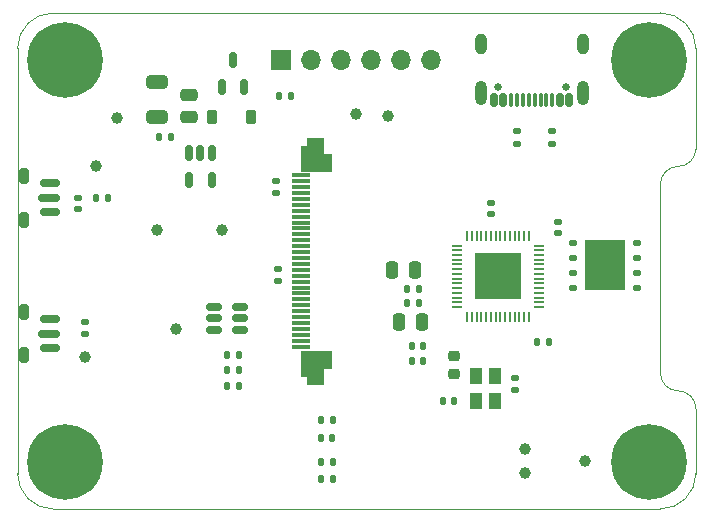
<source format=gbr>
%TF.GenerationSoftware,KiCad,Pcbnew,8.0.1-rc1*%
%TF.CreationDate,2024-04-16T22:30:49-06:00*%
%TF.ProjectId,bitaxe-ESP-OLED,62697461-7865-42d4-9553-502d4f4c4544,rev?*%
%TF.SameCoordinates,Original*%
%TF.FileFunction,Soldermask,Bot*%
%TF.FilePolarity,Negative*%
%FSLAX46Y46*%
G04 Gerber Fmt 4.6, Leading zero omitted, Abs format (unit mm)*
G04 Created by KiCad (PCBNEW 8.0.1-rc1) date 2024-04-16 22:30:49*
%MOMM*%
%LPD*%
G01*
G04 APERTURE LIST*
G04 Aperture macros list*
%AMRoundRect*
0 Rectangle with rounded corners*
0 $1 Rounding radius*
0 $2 $3 $4 $5 $6 $7 $8 $9 X,Y pos of 4 corners*
0 Add a 4 corners polygon primitive as box body*
4,1,4,$2,$3,$4,$5,$6,$7,$8,$9,$2,$3,0*
0 Add four circle primitives for the rounded corners*
1,1,$1+$1,$2,$3*
1,1,$1+$1,$4,$5*
1,1,$1+$1,$6,$7*
1,1,$1+$1,$8,$9*
0 Add four rect primitives between the rounded corners*
20,1,$1+$1,$2,$3,$4,$5,0*
20,1,$1+$1,$4,$5,$6,$7,0*
20,1,$1+$1,$6,$7,$8,$9,0*
20,1,$1+$1,$8,$9,$2,$3,0*%
G04 Aperture macros list end*
%ADD10C,0.010000*%
%ADD11C,1.000000*%
%ADD12C,0.990600*%
%ADD13C,0.800000*%
%ADD14C,6.400000*%
%ADD15RoundRect,0.250000X0.475000X-0.250000X0.475000X0.250000X-0.475000X0.250000X-0.475000X-0.250000X0*%
%ADD16RoundRect,0.050000X-0.700000X0.150000X-0.700000X-0.150000X0.700000X-0.150000X0.700000X0.150000X0*%
%ADD17RoundRect,0.135000X-0.185000X0.135000X-0.185000X-0.135000X0.185000X-0.135000X0.185000X0.135000X0*%
%ADD18RoundRect,0.135000X-0.135000X-0.185000X0.135000X-0.185000X0.135000X0.185000X-0.135000X0.185000X0*%
%ADD19RoundRect,0.250000X0.250000X0.475000X-0.250000X0.475000X-0.250000X-0.475000X0.250000X-0.475000X0*%
%ADD20R,1.100000X1.400000*%
%ADD21RoundRect,0.200000X0.200000X-0.450000X0.200000X0.450000X-0.200000X0.450000X-0.200000X-0.450000X0*%
%ADD22O,1.750000X0.740000*%
%ADD23RoundRect,0.150000X0.750000X-0.150000X0.750000X0.150000X-0.750000X0.150000X-0.750000X-0.150000X0*%
%ADD24RoundRect,0.140000X-0.170000X0.140000X-0.170000X-0.140000X0.170000X-0.140000X0.170000X0.140000X0*%
%ADD25RoundRect,0.140000X0.170000X-0.140000X0.170000X0.140000X-0.170000X0.140000X-0.170000X-0.140000X0*%
%ADD26C,0.650000*%
%ADD27RoundRect,0.150000X-0.150000X-0.425000X0.150000X-0.425000X0.150000X0.425000X-0.150000X0.425000X0*%
%ADD28RoundRect,0.075000X-0.075000X-0.500000X0.075000X-0.500000X0.075000X0.500000X-0.075000X0.500000X0*%
%ADD29O,1.000000X1.800000*%
%ADD30O,1.000000X2.100000*%
%ADD31RoundRect,0.150000X-0.150000X0.512500X-0.150000X-0.512500X0.150000X-0.512500X0.150000X0.512500X0*%
%ADD32RoundRect,0.135000X0.135000X0.185000X-0.135000X0.185000X-0.135000X-0.185000X0.135000X-0.185000X0*%
%ADD33RoundRect,0.050000X-0.350000X-0.050000X0.350000X-0.050000X0.350000X0.050000X-0.350000X0.050000X0*%
%ADD34RoundRect,0.050000X-0.050000X-0.350000X0.050000X-0.350000X0.050000X0.350000X-0.050000X0.350000X0*%
%ADD35R,4.000000X4.000000*%
%ADD36RoundRect,0.150000X0.150000X-0.512500X0.150000X0.512500X-0.150000X0.512500X-0.150000X-0.512500X0*%
%ADD37RoundRect,0.125000X0.250000X0.125000X-0.250000X0.125000X-0.250000X-0.125000X0.250000X-0.125000X0*%
%ADD38R,3.400000X4.300000*%
%ADD39RoundRect,0.218750X0.256250X-0.218750X0.256250X0.218750X-0.256250X0.218750X-0.256250X-0.218750X0*%
%ADD40RoundRect,0.140000X0.140000X0.170000X-0.140000X0.170000X-0.140000X-0.170000X0.140000X-0.170000X0*%
%ADD41RoundRect,0.225000X-0.225000X-0.375000X0.225000X-0.375000X0.225000X0.375000X-0.225000X0.375000X0*%
%ADD42RoundRect,0.140000X-0.140000X-0.170000X0.140000X-0.170000X0.140000X0.170000X-0.140000X0.170000X0*%
%ADD43RoundRect,0.250000X0.650000X-0.325000X0.650000X0.325000X-0.650000X0.325000X-0.650000X-0.325000X0*%
%ADD44R,1.700000X1.700000*%
%ADD45O,1.700000X1.700000*%
%ADD46RoundRect,0.150000X-0.512500X-0.150000X0.512500X-0.150000X0.512500X0.150000X-0.512500X0.150000X0*%
%TA.AperFunction,Profile*%
%ADD47C,0.100000*%
%TD*%
G04 APERTURE END LIST*
D10*
%TO.C,J4*%
X155400000Y-73950000D02*
X156100000Y-73950000D01*
X156100000Y-75400000D01*
X153600000Y-75400000D01*
X153600000Y-73250000D01*
X154100000Y-73250000D01*
X154100000Y-72550000D01*
X155400000Y-72550000D01*
X155400000Y-73950000D01*
G36*
X155400000Y-73950000D02*
G01*
X156100000Y-73950000D01*
X156100000Y-75400000D01*
X153600000Y-75400000D01*
X153600000Y-73250000D01*
X154100000Y-73250000D01*
X154100000Y-72550000D01*
X155400000Y-72550000D01*
X155400000Y-73950000D01*
G37*
X156100000Y-92050000D02*
X155400000Y-92050000D01*
X155400000Y-93450000D01*
X154100000Y-93450000D01*
X154100000Y-92750000D01*
X153600000Y-92750000D01*
X153600000Y-90600000D01*
X156100000Y-90600000D01*
X156100000Y-92050000D01*
G36*
X156100000Y-92050000D02*
G01*
X155400000Y-92050000D01*
X155400000Y-93450000D01*
X154100000Y-93450000D01*
X154100000Y-92750000D01*
X153600000Y-92750000D01*
X153600000Y-90600000D01*
X156100000Y-90600000D01*
X156100000Y-92050000D01*
G37*
%TD*%
D11*
%TO.C,TP13*%
X142950000Y-88800000D03*
%TD*%
%TO.C,TP8*%
X146900000Y-80400000D03*
%TD*%
%TO.C,TP11*%
X137950000Y-70900000D03*
%TD*%
%TO.C,TP10*%
X141400000Y-80350000D03*
%TD*%
%TO.C,TP9*%
X135250000Y-91100000D03*
%TD*%
%TO.C,TP5*%
X136200000Y-74950000D03*
%TD*%
%TO.C,TP2*%
X160900000Y-70700000D03*
%TD*%
%TO.C,TP1*%
X158200000Y-70600000D03*
%TD*%
D12*
%TO.C,J3*%
X177625000Y-99920000D03*
X172545000Y-100936000D03*
X172545000Y-98904000D03*
%TD*%
D13*
%TO.C,H1*%
X131173000Y-66000000D03*
X131875944Y-64302944D03*
X131875944Y-67697056D03*
X133573000Y-63600000D03*
D14*
X133573000Y-66000000D03*
D13*
X133573000Y-68400000D03*
X135270056Y-64302944D03*
X135270056Y-67697056D03*
X135973000Y-66000000D03*
%TD*%
%TO.C,H3*%
X131173000Y-100000000D03*
X131875944Y-98302944D03*
X131875944Y-101697056D03*
X133573000Y-97600000D03*
D14*
X133573000Y-100000000D03*
D13*
X133573000Y-102400000D03*
X135270056Y-98302944D03*
X135270056Y-101697056D03*
X135973000Y-100000000D03*
%TD*%
%TO.C,H2*%
X180600000Y-66000000D03*
X181302944Y-64302944D03*
X181302944Y-67697056D03*
X183000000Y-63600000D03*
D14*
X183000000Y-66000000D03*
D13*
X183000000Y-68400000D03*
X184697056Y-64302944D03*
X184697056Y-67697056D03*
X185400000Y-66000000D03*
%TD*%
%TO.C,H4*%
X180600000Y-100000000D03*
X181302944Y-98302944D03*
X181302944Y-101697056D03*
X183000000Y-97600000D03*
D14*
X183000000Y-100000000D03*
D13*
X183000000Y-102400000D03*
X184697056Y-98302944D03*
X184697056Y-101697056D03*
X185400000Y-100000000D03*
%TD*%
D15*
%TO.C,C15*%
X144050000Y-70850000D03*
X144050000Y-68950000D03*
%TD*%
D16*
%TO.C,J4*%
X153600000Y-75750000D03*
X153600000Y-76250000D03*
X153600000Y-76750000D03*
X153600000Y-77250000D03*
X153600000Y-77750000D03*
X153600000Y-78250000D03*
X153600000Y-78750000D03*
X153600000Y-79250000D03*
X153600000Y-79750000D03*
X153600000Y-80250000D03*
X153600000Y-80750000D03*
X153600000Y-81250000D03*
X153600000Y-81750000D03*
X153600000Y-82250000D03*
X153600000Y-82750000D03*
X153600000Y-83250000D03*
X153600000Y-83750000D03*
X153600000Y-84250000D03*
X153600000Y-84750000D03*
X153600000Y-85250000D03*
X153600000Y-85750000D03*
X153600000Y-86250000D03*
X153600000Y-86750000D03*
X153600000Y-87250000D03*
X153600000Y-87750000D03*
X153600000Y-88250000D03*
X153600000Y-88750000D03*
X153600000Y-89250000D03*
X153600000Y-89750000D03*
X153600000Y-90250000D03*
%TD*%
D17*
%TO.C,R6*%
X174850000Y-72040000D03*
X174850000Y-73060000D03*
%TD*%
%TO.C,R5*%
X171850000Y-72040000D03*
X171850000Y-73060000D03*
%TD*%
D18*
%TO.C,R10*%
X147290000Y-93550000D03*
X148310000Y-93550000D03*
%TD*%
D19*
%TO.C,C4*%
X163800000Y-88200000D03*
X161900000Y-88200000D03*
%TD*%
D20*
%TO.C,Y1*%
X170000000Y-92700000D03*
X170000000Y-94900000D03*
X168400000Y-94900000D03*
X168400000Y-92700000D03*
%TD*%
D21*
%TO.C,SW3*%
X130150000Y-91000000D03*
X130150000Y-87300000D03*
D22*
X132350000Y-90380000D03*
X132350000Y-87920000D03*
D23*
X132250000Y-89150000D03*
%TD*%
D24*
%TO.C,C1*%
X134700000Y-77670000D03*
X134700000Y-78630000D03*
%TD*%
D25*
%TO.C,C7*%
X171650000Y-93900000D03*
X171650000Y-92940000D03*
%TD*%
D26*
%TO.C,J2*%
X170210000Y-68305000D03*
X175990000Y-68305000D03*
D27*
X169900000Y-69380000D03*
X170700000Y-69380000D03*
D28*
X171850000Y-69380000D03*
X172850000Y-69380000D03*
X173350000Y-69380000D03*
X174350000Y-69380000D03*
D27*
X175500000Y-69380000D03*
X176300000Y-69380000D03*
X176300000Y-69380000D03*
X175500000Y-69380000D03*
D28*
X174850000Y-69380000D03*
X173850000Y-69380000D03*
X172350000Y-69380000D03*
X171350000Y-69380000D03*
D27*
X170700000Y-69380000D03*
X169900000Y-69380000D03*
D29*
X168780000Y-64625000D03*
D30*
X168780000Y-68805000D03*
D29*
X177420000Y-64625000D03*
D30*
X177420000Y-68805000D03*
%TD*%
D31*
%TO.C,U1*%
X144100000Y-73862500D03*
X145050000Y-73862500D03*
X146000000Y-73862500D03*
X146000000Y-76137500D03*
X144100000Y-76137500D03*
%TD*%
D32*
%TO.C,R1*%
X137210000Y-77650000D03*
X136190000Y-77650000D03*
%TD*%
D33*
%TO.C,U2*%
X166800000Y-86900000D03*
X166800000Y-86500000D03*
X166800000Y-86100000D03*
X166800000Y-85700000D03*
X166800000Y-85300000D03*
X166800000Y-84900000D03*
X166800000Y-84500000D03*
X166800000Y-84100000D03*
X166800000Y-83700000D03*
X166800000Y-83300000D03*
X166800000Y-82900000D03*
X166800000Y-82500000D03*
X166800000Y-82100000D03*
X166800000Y-81700000D03*
D34*
X167650000Y-80850000D03*
X168050000Y-80850000D03*
X168450000Y-80850000D03*
X168850000Y-80850000D03*
X169250000Y-80850000D03*
X169650000Y-80850000D03*
X170050000Y-80850000D03*
X170450000Y-80850000D03*
X170850000Y-80850000D03*
X171250000Y-80850000D03*
X171650000Y-80850000D03*
X172050000Y-80850000D03*
X172450000Y-80850000D03*
X172850000Y-80850000D03*
D33*
X173700000Y-81700000D03*
X173700000Y-82100000D03*
X173700000Y-82500000D03*
X173700000Y-82900000D03*
X173700000Y-83300000D03*
X173700000Y-83700000D03*
X173700000Y-84100000D03*
X173700000Y-84500000D03*
X173700000Y-84900000D03*
X173700000Y-85300000D03*
X173700000Y-85700000D03*
X173700000Y-86100000D03*
X173700000Y-86500000D03*
X173700000Y-86900000D03*
D34*
X172850000Y-87750000D03*
X172450000Y-87750000D03*
X172050000Y-87750000D03*
X171650000Y-87750000D03*
X171250000Y-87750000D03*
X170850000Y-87750000D03*
X170450000Y-87750000D03*
X170050000Y-87750000D03*
X169650000Y-87750000D03*
X169250000Y-87750000D03*
X168850000Y-87750000D03*
X168450000Y-87750000D03*
X168050000Y-87750000D03*
X167650000Y-87750000D03*
D35*
X170250000Y-84300000D03*
%TD*%
D36*
%TO.C,Q1*%
X148750000Y-68287500D03*
X146850000Y-68287500D03*
X147800000Y-66012500D03*
%TD*%
D19*
%TO.C,C9*%
X163200000Y-83800000D03*
X161300000Y-83800000D03*
%TD*%
D18*
%TO.C,R9*%
X147290000Y-92250000D03*
X148310000Y-92250000D03*
%TD*%
D24*
%TO.C,C18*%
X151650000Y-83720000D03*
X151650000Y-84680000D03*
%TD*%
D37*
%TO.C,U4*%
X182000000Y-81450000D03*
X182000000Y-82720000D03*
X182000000Y-83990000D03*
X182000000Y-85260000D03*
X176600000Y-85260000D03*
X176600000Y-83990000D03*
X176600000Y-82720000D03*
X176600000Y-81450000D03*
D38*
X179300000Y-83355000D03*
%TD*%
D18*
%TO.C,R4*%
X155240000Y-101450000D03*
X156260000Y-101450000D03*
%TD*%
D39*
%TO.C,L1*%
X166550000Y-92587500D03*
X166550000Y-91012500D03*
%TD*%
D25*
%TO.C,C6*%
X169650000Y-79030000D03*
X169650000Y-78070000D03*
%TD*%
D17*
%TO.C,R3*%
X135250000Y-88140000D03*
X135250000Y-89160000D03*
%TD*%
D40*
%TO.C,C16*%
X142530000Y-72500000D03*
X141570000Y-72500000D03*
%TD*%
D41*
%TO.C,D1*%
X146050000Y-70850000D03*
X149350000Y-70850000D03*
%TD*%
D40*
%TO.C,C13*%
X163930000Y-91450000D03*
X162970000Y-91450000D03*
%TD*%
%TO.C,C11*%
X163930000Y-90200000D03*
X162970000Y-90200000D03*
%TD*%
%TO.C,C5*%
X163530000Y-86550000D03*
X162570000Y-86550000D03*
%TD*%
%TO.C,C10*%
X174530000Y-89850000D03*
X173570000Y-89850000D03*
%TD*%
D32*
%TO.C,R2*%
X156260000Y-96500000D03*
X155240000Y-96500000D03*
%TD*%
D42*
%TO.C,C2*%
X155250000Y-98000000D03*
X156210000Y-98000000D03*
%TD*%
%TO.C,C8*%
X165570000Y-94900000D03*
X166530000Y-94900000D03*
%TD*%
D18*
%TO.C,R7*%
X151690000Y-69050000D03*
X152710000Y-69050000D03*
%TD*%
D40*
%TO.C,C3*%
X156250000Y-100000000D03*
X155290000Y-100000000D03*
%TD*%
D21*
%TO.C,SW1*%
X130100000Y-79500000D03*
X130100000Y-75800000D03*
D22*
X132300000Y-78880000D03*
X132300000Y-76420000D03*
D23*
X132200000Y-77650000D03*
%TD*%
D43*
%TO.C,C14*%
X141350000Y-70825000D03*
X141350000Y-67875000D03*
%TD*%
D40*
%TO.C,C12*%
X163530000Y-85400000D03*
X162570000Y-85400000D03*
%TD*%
D44*
%TO.C,J1*%
X151900000Y-66000000D03*
D45*
X154440000Y-66000000D03*
X156980000Y-66000000D03*
X159520000Y-66000000D03*
X162060000Y-66000000D03*
X164600000Y-66000000D03*
%TD*%
D18*
%TO.C,R8*%
X147290000Y-91000000D03*
X148310000Y-91000000D03*
%TD*%
D24*
%TO.C,C17*%
X151450000Y-76270000D03*
X151450000Y-77230000D03*
%TD*%
D25*
%TO.C,C19*%
X175300000Y-80630000D03*
X175300000Y-79670000D03*
%TD*%
D46*
%TO.C,U3*%
X146162500Y-88812500D03*
X146162500Y-87862500D03*
X146162500Y-86912500D03*
X148437500Y-86912500D03*
X148437500Y-87862500D03*
X148437500Y-88812500D03*
%TD*%
D47*
X132573000Y-104000000D02*
G75*
G02*
X129573000Y-101000000I0J3000000D01*
G01*
X184000000Y-62000000D02*
X132573000Y-62000000D01*
X187000000Y-101000000D02*
G75*
G02*
X184000000Y-104000000I-3000000J0D01*
G01*
X132573000Y-104000000D02*
X184000000Y-104000000D01*
X184000000Y-76500000D02*
G75*
G02*
X185500000Y-75000000I1500000J0D01*
G01*
X184000000Y-62000000D02*
G75*
G02*
X187000000Y-65000000I0J-3000000D01*
G01*
X187000000Y-73500000D02*
X187000000Y-65000000D01*
X187000000Y-95500000D02*
X187000000Y-101000000D01*
X129573000Y-65000000D02*
X129573000Y-101000000D01*
X184000000Y-76500000D02*
X184000000Y-92500000D01*
X129573000Y-65000000D02*
G75*
G02*
X132573000Y-62000000I3000000J0D01*
G01*
X185500000Y-94000000D02*
G75*
G02*
X184000000Y-92500000I0J1500000D01*
G01*
X187000000Y-73500000D02*
G75*
G02*
X185500000Y-75000000I-1500000J0D01*
G01*
X185500000Y-94000000D02*
G75*
G02*
X187000000Y-95500000I0J-1500000D01*
G01*
M02*

</source>
